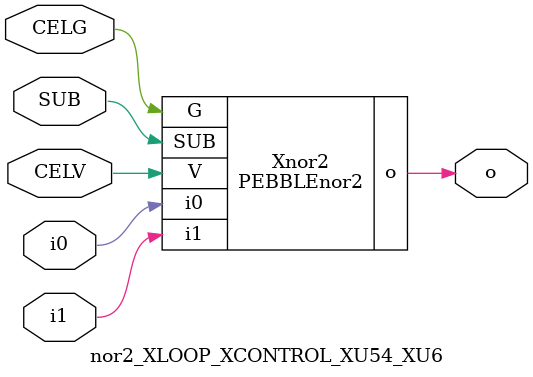
<source format=v>



module PEBBLEnor2 ( o, G, SUB, V, i0, i1 );

  input i0;
  input V;
  input i1;
  input G;
  output o;
  input SUB;
endmodule

//Celera Confidential Do Not Copy nor2_XLOOP_XCONTROL_XU54_XU6
//Celera Confidential Symbol Generator
//nor2
module nor2_XLOOP_XCONTROL_XU54_XU6 (CELV,CELG,i0,i1,o,SUB);
input CELV;
input CELG;
input i0;
input i1;
input SUB;
output o;

//Celera Confidential Do Not Copy nor2
PEBBLEnor2 Xnor2(
.V (CELV),
.i0 (i0),
.i1 (i1),
.o (o),
.SUB (SUB),
.G (CELG)
);
//,diesize,PEBBLEnor2

//Celera Confidential Do Not Copy Module End
//Celera Schematic Generator
endmodule

</source>
